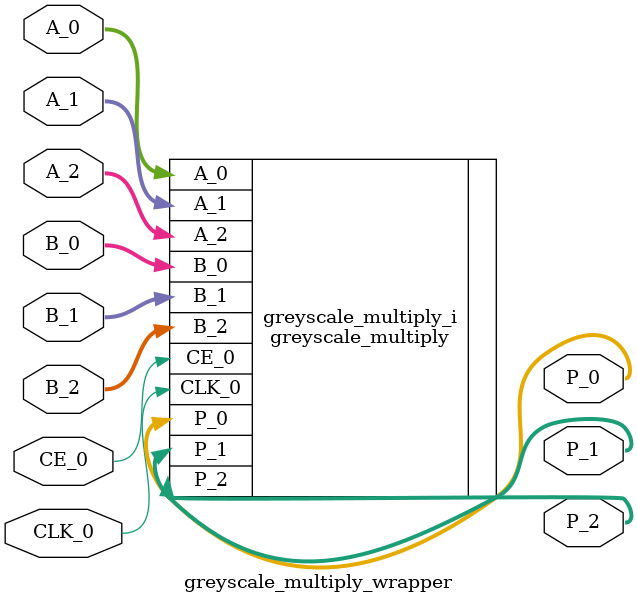
<source format=v>
`timescale 1 ps / 1 ps

module greyscale_multiply_wrapper
   (A_0,
    A_1,
    A_2,
    B_0,
    B_1,
    B_2,
    CE_0,
    CLK_0,
    P_0,
    P_1,
    P_2);
  input [7:0]A_0;
  input [7:0]A_1;
  input [7:0]A_2;
  input [7:0]B_0;
  input [7:0]B_1;
  input [7:0]B_2;
  input CE_0;
  input CLK_0;
  output [15:0]P_0;
  output [15:0]P_1;
  output [15:0]P_2;

  wire [7:0]A_0;
  wire [7:0]A_1;
  wire [7:0]A_2;
  wire [7:0]B_0;
  wire [7:0]B_1;
  wire [7:0]B_2;
  wire CE_0;
  wire CLK_0;
  wire [15:0]P_0;
  wire [15:0]P_1;
  wire [15:0]P_2;

  greyscale_multiply greyscale_multiply_i
       (.A_0(A_0),
        .A_1(A_1),
        .A_2(A_2),
        .B_0(B_0),
        .B_1(B_1),
        .B_2(B_2),
        .CE_0(CE_0),
        .CLK_0(CLK_0),
        .P_0(P_0),
        .P_1(P_1),
        .P_2(P_2));
endmodule

</source>
